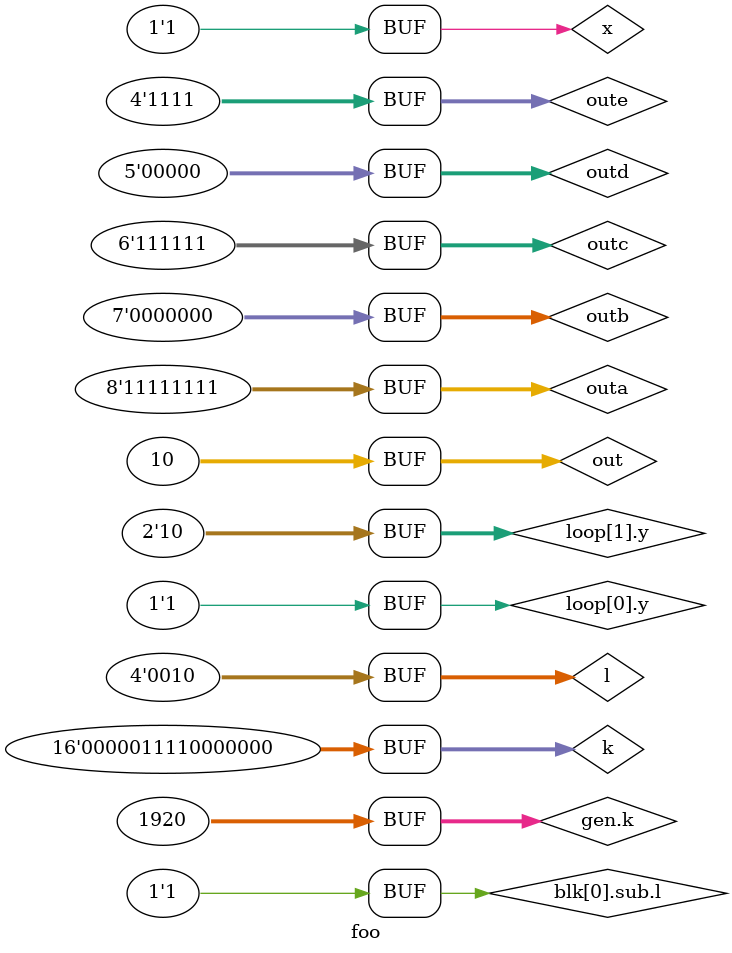
<source format=sv>
module foo;
`default_nettype none
integer out;
initial begin
int i;
i = 10;
for (int i = 0; i < 5; i++)
  out = i;
out = i;
end

logic [7:0] outa = 8'b00000000;
genvar a;
for (a = 0 ; a < 8; a++) begin
  assign outa[a] = 1'b1;
end

logic [6:0] outb = 7'b1111111;
for (genvar b = 0 ; b < 7; b++) begin
  assign outb[b] = 1'b0;
end


logic [5:0] outc = 6'b000000;
always @(*) begin
  for (int c = 0 ; c < 6; c++) begin
    outc[c] = 1'b1;
  end
end

logic [4:0] outd = 5'b11111;
always @(*) begin
  for (int unsigned d = 0 ; d < 5; d++) begin
    outd[d] = 1'b0;
  end
end

logic [3:0] oute = 4'b0000;
always @(*) begin
  for (int signed e = 0 ; e < 4; e++) begin
    oute[e] = 1'b1;
  end
end

logic x;
for (genvar x = 0; x < 2; x++) begin : loop
    logic [x:0] y;
end
assign x = 1'sb1;
assign loop[0].y = 1'sb1;
assign loop[1].y = 2'sb10;

reg [15:0] k;
if (1) begin : gen
  integer k;
  initial begin
    for (integer k = 5; k < 10; k++)
      if (k == 5)
        gen.k = 0;
      else
        gen.k += 2 ** k;
    k = k * 2;
  end
end
initial k = gen.k;

wire [3:0] l;
for (genvar l = 0; l < 2; l++) begin : blk
  localparam w = l;
  if (l == 0) begin : sub
    wire [w:0] l;
  end
end
assign l = 2;
assign blk[0].sub.l = 1;

always_comb begin
  assert(8'b11111111 == outa);
  assert(7'b0000000 == outb);
  assert(6'b111111 == outc);
  assert(5'b00000 == outd);
  assert(4'b1111 == oute);
  assert(10 == out);
  assert(1'sb1 == x);
  assert(1'sb1 == loop[0].y);
  assert(2'sb10 == loop[1].y);
  assert(k == gen.k);
  assert(k == 16'b0000011110000000);
  assert(l == 2);
  assert(blk[0].sub.l == 1);
end

endmodule

</source>
